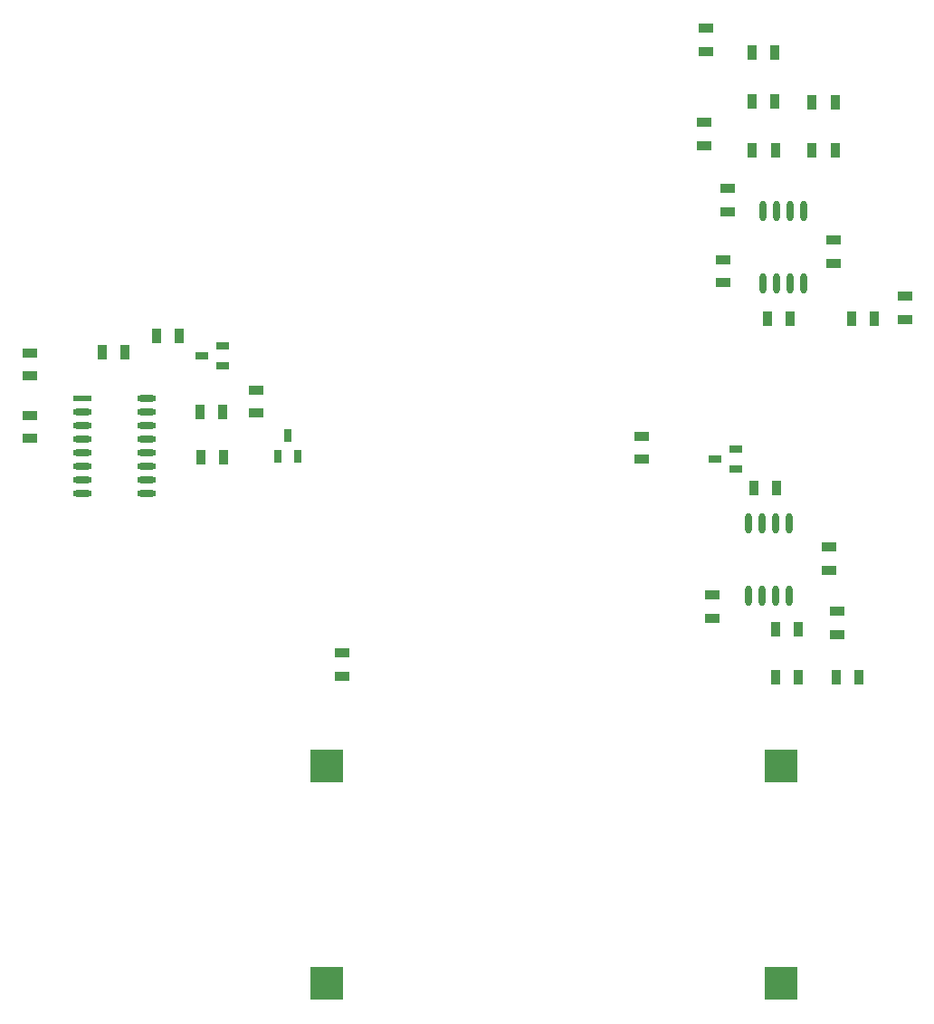
<source format=gtp>
%FSLAX25Y25*%
%MOIN*%
G70*
G01*
G75*
G04 Layer_Color=8421504*
%ADD10C,0.02000*%
%ADD11C,0.03000*%
%ADD12R,0.04724X0.02756*%
%ADD13R,0.05315X0.03347*%
%ADD14R,0.03347X0.05315*%
%ADD15O,0.07087X0.02441*%
%ADD16R,0.07087X0.02441*%
%ADD17R,0.12000X0.12000*%
%ADD18O,0.02362X0.07480*%
%ADD19R,0.02756X0.04724*%
%ADD20C,0.05000*%
%ADD21C,0.05906*%
%ADD22R,0.05906X0.05906*%
%ADD23R,0.05906X0.05906*%
%ADD24R,0.06900X0.06900*%
%ADD25C,0.06900*%
%ADD26C,0.15000*%
%ADD27C,0.06500*%
%ADD28R,0.06500X0.06500*%
%ADD29O,0.05600X0.15200*%
%ADD30O,0.13200X0.05600*%
%ADD31O,0.06000X0.20200*%
%ADD32C,0.06000*%
%ADD33C,0.03000*%
%ADD34C,0.01000*%
%ADD35C,0.00984*%
%ADD36C,0.00787*%
%ADD37C,0.02362*%
%ADD38C,0.01181*%
D12*
X305100Y212700D02*
D03*
X297163Y209099D02*
D03*
X305100Y205298D02*
D03*
X116100Y243298D02*
D03*
X108163Y247099D02*
D03*
X116100Y250700D02*
D03*
D13*
X270200Y208968D02*
D03*
Y217432D02*
D03*
X128200Y234432D02*
D03*
Y225968D02*
D03*
X44800Y239568D02*
D03*
Y248032D02*
D03*
Y216568D02*
D03*
Y225032D02*
D03*
X301800Y300068D02*
D03*
Y308532D02*
D03*
X293200Y332932D02*
D03*
Y324468D02*
D03*
X340800Y281068D02*
D03*
Y289532D02*
D03*
X367200Y268932D02*
D03*
Y260468D02*
D03*
X300200Y282432D02*
D03*
Y273968D02*
D03*
X296200Y158932D02*
D03*
Y150468D02*
D03*
X342200Y152932D02*
D03*
Y144468D02*
D03*
X339300Y168068D02*
D03*
Y176532D02*
D03*
X293800Y359068D02*
D03*
Y367532D02*
D03*
X159800Y129068D02*
D03*
Y137532D02*
D03*
D14*
X71568Y248200D02*
D03*
X80032D02*
D03*
X91568Y254200D02*
D03*
X100032D02*
D03*
X107568Y226200D02*
D03*
X116032D02*
D03*
X116432Y209800D02*
D03*
X107968D02*
D03*
X350432Y128800D02*
D03*
X341968D02*
D03*
X333068Y322700D02*
D03*
X341532D02*
D03*
X319432Y340800D02*
D03*
X310968D02*
D03*
X316568Y260700D02*
D03*
X325032D02*
D03*
X333068Y340200D02*
D03*
X341532D02*
D03*
X311068Y322700D02*
D03*
X319532D02*
D03*
X319432Y358800D02*
D03*
X310968D02*
D03*
X347568Y260700D02*
D03*
X356032D02*
D03*
X327932Y146300D02*
D03*
X319468D02*
D03*
X319568Y128700D02*
D03*
X328032D02*
D03*
X311568Y198200D02*
D03*
X320032D02*
D03*
D15*
X87822Y196400D02*
D03*
Y201400D02*
D03*
Y206400D02*
D03*
Y211400D02*
D03*
Y216400D02*
D03*
Y221400D02*
D03*
Y226400D02*
D03*
Y231400D02*
D03*
X64200Y196400D02*
D03*
Y201400D02*
D03*
Y206400D02*
D03*
Y211400D02*
D03*
Y216400D02*
D03*
Y221400D02*
D03*
Y226400D02*
D03*
D16*
Y231400D02*
D03*
D17*
X321750Y16000D02*
D03*
Y96000D02*
D03*
X154250D02*
D03*
Y16000D02*
D03*
D18*
X330000Y300189D02*
D03*
X325000D02*
D03*
X320000D02*
D03*
X315000D02*
D03*
X330000Y273811D02*
D03*
X325000D02*
D03*
X320000D02*
D03*
X315000D02*
D03*
X309500Y158811D02*
D03*
X314500D02*
D03*
X319500D02*
D03*
X324500D02*
D03*
X309500Y185189D02*
D03*
X314500D02*
D03*
X319500D02*
D03*
X324500D02*
D03*
D19*
X136298Y209900D02*
D03*
X140099Y217837D02*
D03*
X143700Y209900D02*
D03*
M02*

</source>
